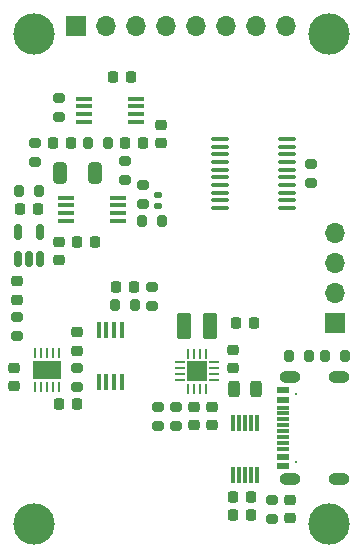
<source format=gbr>
%TF.GenerationSoftware,KiCad,Pcbnew,7.99.0-950-gc4668c1d3a-dirty*%
%TF.CreationDate,2023-06-01T03:31:39+08:00*%
%TF.ProjectId,HeartRateMonitor,48656172-7452-4617-9465-4d6f6e69746f,C*%
%TF.SameCoordinates,Original*%
%TF.FileFunction,Soldermask,Top*%
%TF.FilePolarity,Negative*%
%FSLAX46Y46*%
G04 Gerber Fmt 4.6, Leading zero omitted, Abs format (unit mm)*
G04 Created by KiCad (PCBNEW 7.99.0-950-gc4668c1d3a-dirty) date 2023-06-01 03:31:39*
%MOMM*%
%LPD*%
G01*
G04 APERTURE LIST*
G04 Aperture macros list*
%AMRoundRect*
0 Rectangle with rounded corners*
0 $1 Rounding radius*
0 $2 $3 $4 $5 $6 $7 $8 $9 X,Y pos of 4 corners*
0 Add a 4 corners polygon primitive as box body*
4,1,4,$2,$3,$4,$5,$6,$7,$8,$9,$2,$3,0*
0 Add four circle primitives for the rounded corners*
1,1,$1+$1,$2,$3*
1,1,$1+$1,$4,$5*
1,1,$1+$1,$6,$7*
1,1,$1+$1,$8,$9*
0 Add four rect primitives between the rounded corners*
20,1,$1+$1,$2,$3,$4,$5,0*
20,1,$1+$1,$4,$5,$6,$7,0*
20,1,$1+$1,$6,$7,$8,$9,0*
20,1,$1+$1,$8,$9,$2,$3,0*%
G04 Aperture macros list end*
%ADD10RoundRect,0.225000X-0.250000X0.225000X-0.250000X-0.225000X0.250000X-0.225000X0.250000X0.225000X0*%
%ADD11R,1.450000X0.450000*%
%ADD12RoundRect,0.200000X-0.275000X0.200000X-0.275000X-0.200000X0.275000X-0.200000X0.275000X0.200000X0*%
%ADD13C,3.500000*%
%ADD14RoundRect,0.200000X0.275000X-0.200000X0.275000X0.200000X-0.275000X0.200000X-0.275000X-0.200000X0*%
%ADD15RoundRect,0.062500X0.062500X-0.365000X0.062500X0.365000X-0.062500X0.365000X-0.062500X-0.365000X0*%
%ADD16R,2.380000X1.640000*%
%ADD17RoundRect,0.225000X0.225000X0.250000X-0.225000X0.250000X-0.225000X-0.250000X0.225000X-0.250000X0*%
%ADD18RoundRect,0.225000X-0.225000X-0.250000X0.225000X-0.250000X0.225000X0.250000X-0.225000X0.250000X0*%
%ADD19RoundRect,0.200000X0.200000X0.275000X-0.200000X0.275000X-0.200000X-0.275000X0.200000X-0.275000X0*%
%ADD20RoundRect,0.200000X-0.200000X-0.275000X0.200000X-0.275000X0.200000X0.275000X-0.200000X0.275000X0*%
%ADD21RoundRect,0.100000X0.637500X0.100000X-0.637500X0.100000X-0.637500X-0.100000X0.637500X-0.100000X0*%
%ADD22R,0.300000X1.400000*%
%ADD23C,0.299720*%
%ADD24R,1.140460X0.500380*%
%ADD25R,1.140460X0.299720*%
%ADD26O,1.800860X1.000760*%
%ADD27RoundRect,0.243750X0.243750X0.456250X-0.243750X0.456250X-0.243750X-0.456250X0.243750X-0.456250X0*%
%ADD28RoundRect,0.225000X0.250000X-0.225000X0.250000X0.225000X-0.250000X0.225000X-0.250000X-0.225000X0*%
%ADD29R,0.450000X1.450000*%
%ADD30RoundRect,0.062500X-0.062500X0.350000X-0.062500X-0.350000X0.062500X-0.350000X0.062500X0.350000X0*%
%ADD31RoundRect,0.062500X-0.350000X0.062500X-0.350000X-0.062500X0.350000X-0.062500X0.350000X0.062500X0*%
%ADD32R,1.680000X1.680000*%
%ADD33RoundRect,0.250000X0.375000X0.850000X-0.375000X0.850000X-0.375000X-0.850000X0.375000X-0.850000X0*%
%ADD34RoundRect,0.150000X0.150000X-0.512500X0.150000X0.512500X-0.150000X0.512500X-0.150000X-0.512500X0*%
%ADD35RoundRect,0.140000X-0.170000X0.140000X-0.170000X-0.140000X0.170000X-0.140000X0.170000X0.140000X0*%
%ADD36RoundRect,0.250000X-0.325000X-0.650000X0.325000X-0.650000X0.325000X0.650000X-0.325000X0.650000X0*%
%ADD37R,1.700000X1.700000*%
%ADD38O,1.700000X1.700000*%
G04 APERTURE END LIST*
D10*
%TO.C,C6*%
X35318000Y-58091500D03*
X35318000Y-59641500D03*
%TD*%
D11*
%TO.C,U6*%
X30406000Y-33933500D03*
X30406000Y-33283500D03*
X30406000Y-32633500D03*
X30406000Y-31983500D03*
X26006000Y-31983500D03*
X26006000Y-32633500D03*
X26006000Y-33283500D03*
X26006000Y-33933500D03*
%TD*%
D10*
%TO.C,C19*%
X20078000Y-54789500D03*
X20078000Y-56339500D03*
%TD*%
D12*
%TO.C,R26*%
X31000000Y-39245500D03*
X31000000Y-40895500D03*
%TD*%
D13*
%TO.C,REF\u002A\u002A*%
X46740000Y-67992500D03*
%TD*%
D14*
%TO.C,R5*%
X33794000Y-59691500D03*
X33794000Y-58041500D03*
%TD*%
D12*
%TO.C,R21*%
X31762000Y-47881500D03*
X31762000Y-49531500D03*
%TD*%
D15*
%TO.C,U9*%
X21844000Y-56406000D03*
X22344000Y-56406000D03*
X22844000Y-56406000D03*
X23344000Y-56406000D03*
X23844000Y-56406000D03*
X23844000Y-53511000D03*
X23344000Y-53511000D03*
X22844000Y-53511000D03*
X22344000Y-53511000D03*
X21844000Y-53511000D03*
D16*
X22844000Y-54958500D03*
%TD*%
D17*
%TO.C,C2*%
X40157000Y-67248500D03*
X38607000Y-67248500D03*
%TD*%
D18*
%TO.C,C3*%
X38607000Y-65724500D03*
X40157000Y-65724500D03*
%TD*%
D19*
%TO.C,R14*%
X22173000Y-39816500D03*
X20523000Y-39816500D03*
%TD*%
D14*
%TO.C,R3*%
X41922000Y-67565500D03*
X41922000Y-65915500D03*
%TD*%
D10*
%TO.C,C4*%
X36842000Y-58091500D03*
X36842000Y-59641500D03*
%TD*%
D20*
%TO.C,R1*%
X46431000Y-53786500D03*
X48081000Y-53786500D03*
%TD*%
D13*
%TO.C,REF\u002A\u002A*%
X21740000Y-26492500D03*
%TD*%
D21*
%TO.C,U4*%
X43192000Y-41228500D03*
X43192000Y-40578500D03*
X43192000Y-39928500D03*
X43192000Y-39278500D03*
X43192000Y-38628500D03*
X43192000Y-37978500D03*
X43192000Y-37328500D03*
X43192000Y-36678500D03*
X43192000Y-36028500D03*
X43192000Y-35378500D03*
X37467000Y-35378500D03*
X37467000Y-36028500D03*
X37467000Y-36678500D03*
X37467000Y-37328500D03*
X37467000Y-37978500D03*
X37467000Y-38628500D03*
X37467000Y-39278500D03*
X37467000Y-39928500D03*
X37467000Y-40578500D03*
X37467000Y-41228500D03*
%TD*%
D12*
%TO.C,R20*%
X20332000Y-50421500D03*
X20332000Y-52071500D03*
%TD*%
D22*
%TO.C,U1*%
X38636000Y-63860500D03*
X39136000Y-63860500D03*
X39636000Y-63860500D03*
X40136000Y-63860500D03*
X40636000Y-63860500D03*
X40636000Y-59460500D03*
X40136000Y-59460500D03*
X39636000Y-59460500D03*
X39136000Y-59460500D03*
X38636000Y-59460500D03*
%TD*%
D12*
%TO.C,R22*%
X25412000Y-54739500D03*
X25412000Y-56389500D03*
%TD*%
D18*
%TO.C,C8*%
X28701000Y-47944500D03*
X30251000Y-47944500D03*
%TD*%
D13*
%TO.C,REF\u002A\u002A*%
X21740000Y-67992500D03*
%TD*%
D23*
%TO.C,J1*%
X43928600Y-62773020D03*
X43928600Y-56991980D03*
D24*
X42841480Y-63082900D03*
X42841480Y-62282800D03*
D25*
X42841480Y-61132180D03*
X42841480Y-60131420D03*
X42841480Y-59633580D03*
X42838940Y-58632820D03*
D24*
X42841480Y-57482200D03*
X42841480Y-56682100D03*
D25*
X42841480Y-58132440D03*
X42841480Y-59133200D03*
X42841480Y-60631800D03*
X42838940Y-61632560D03*
D26*
X43407900Y-64203040D03*
X47609060Y-64203040D03*
X43407900Y-55561960D03*
X47609060Y-55561960D03*
%TD*%
D13*
%TO.C,REF\u002A\u002A*%
X46740000Y-26492500D03*
%TD*%
D18*
%TO.C,C16*%
X28447000Y-30164500D03*
X29997000Y-30164500D03*
%TD*%
D27*
%TO.C,F1*%
X40573500Y-56580500D03*
X38698500Y-56580500D03*
%TD*%
D20*
%TO.C,R13*%
X28651000Y-49468500D03*
X30301000Y-49468500D03*
%TD*%
D28*
%TO.C,C18*%
X25412000Y-53304500D03*
X25412000Y-51754500D03*
%TD*%
%TO.C,C5*%
X38620000Y-54815500D03*
X38620000Y-53265500D03*
%TD*%
D12*
%TO.C,R4*%
X32270000Y-58041500D03*
X32270000Y-59691500D03*
%TD*%
D18*
%TO.C,C7*%
X38861000Y-50992500D03*
X40411000Y-50992500D03*
%TD*%
D20*
%TO.C,R25*%
X30937000Y-42356500D03*
X32587000Y-42356500D03*
%TD*%
D29*
%TO.C,U11*%
X29181000Y-51586500D03*
X28531000Y-51586500D03*
X27881000Y-51586500D03*
X27231000Y-51586500D03*
X27231000Y-55986500D03*
X27881000Y-55986500D03*
X28531000Y-55986500D03*
X29181000Y-55986500D03*
%TD*%
D30*
%TO.C,U3*%
X36322000Y-53594000D03*
X35822000Y-53594000D03*
X35322000Y-53594000D03*
X34822000Y-53594000D03*
D31*
X34109500Y-54306500D03*
X34109500Y-54806500D03*
X34109500Y-55306500D03*
X34109500Y-55806500D03*
D30*
X34822000Y-56519000D03*
X35322000Y-56519000D03*
X35822000Y-56519000D03*
X36322000Y-56519000D03*
D31*
X37034500Y-55806500D03*
X37034500Y-55306500D03*
X37034500Y-54806500D03*
X37034500Y-54306500D03*
D32*
X35572000Y-55056500D03*
%TD*%
D14*
%TO.C,R18*%
X21856000Y-37339500D03*
X21856000Y-35689500D03*
%TD*%
D33*
%TO.C,L1*%
X36647000Y-51246500D03*
X34497000Y-51246500D03*
%TD*%
D34*
%TO.C,U5*%
X20398000Y-45526000D03*
X21348000Y-45526000D03*
X22298000Y-45526000D03*
X22298000Y-43251000D03*
X20398000Y-43251000D03*
%TD*%
D10*
%TO.C,C11*%
X20332000Y-47436500D03*
X20332000Y-48986500D03*
%TD*%
D11*
%TO.C,U2*%
X24482000Y-40365500D03*
X24482000Y-41015500D03*
X24482000Y-41665500D03*
X24482000Y-42315500D03*
X28882000Y-42315500D03*
X28882000Y-41665500D03*
X28882000Y-41015500D03*
X28882000Y-40365500D03*
%TD*%
D14*
%TO.C,R16*%
X29476000Y-38863500D03*
X29476000Y-37213500D03*
%TD*%
D35*
%TO.C,C22*%
X32270000Y-40098500D03*
X32270000Y-41058500D03*
%TD*%
D18*
%TO.C,C20*%
X23875000Y-57850500D03*
X25425000Y-57850500D03*
%TD*%
%TO.C,C15*%
X29463000Y-35752500D03*
X31013000Y-35752500D03*
%TD*%
D10*
%TO.C,C1*%
X43446000Y-65965500D03*
X43446000Y-67515500D03*
%TD*%
D14*
%TO.C,R19*%
X23888000Y-33529500D03*
X23888000Y-31879500D03*
%TD*%
D12*
%TO.C,R8*%
X45224000Y-37467500D03*
X45224000Y-39117500D03*
%TD*%
D36*
%TO.C,C21*%
X23937000Y-38292500D03*
X26887000Y-38292500D03*
%TD*%
D37*
%TO.C,J3*%
X25350000Y-25846500D03*
D38*
X27890000Y-25846500D03*
X30430000Y-25846500D03*
X32970000Y-25846500D03*
X35510000Y-25846500D03*
X38050000Y-25846500D03*
X40590000Y-25846500D03*
X43130000Y-25846500D03*
%TD*%
D18*
%TO.C,C17*%
X23367000Y-35752500D03*
X24917000Y-35752500D03*
%TD*%
D28*
%TO.C,C10*%
X23888000Y-45671500D03*
X23888000Y-44121500D03*
%TD*%
D10*
%TO.C,C14*%
X32524000Y-34215500D03*
X32524000Y-35765500D03*
%TD*%
D37*
%TO.C,J2*%
X47256000Y-50982500D03*
D38*
X47256000Y-48442500D03*
X47256000Y-45902500D03*
X47256000Y-43362500D03*
%TD*%
D18*
%TO.C,C9*%
X20573000Y-41340500D03*
X22123000Y-41340500D03*
%TD*%
D17*
%TO.C,C12*%
X26949000Y-44134500D03*
X25399000Y-44134500D03*
%TD*%
D19*
%TO.C,R2*%
X45033000Y-53786500D03*
X43383000Y-53786500D03*
%TD*%
D20*
%TO.C,R17*%
X26365000Y-35752500D03*
X28015000Y-35752500D03*
%TD*%
M02*

</source>
